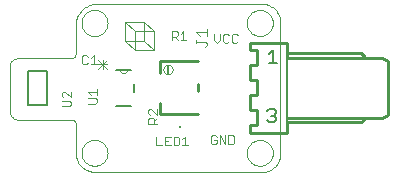
<source format=gto>
G75*
%MOIN*%
%OFA0B0*%
%FSLAX24Y24*%
%IPPOS*%
%LPD*%
%AMOC8*
5,1,8,0,0,1.08239X$1,22.5*
%
%ADD10C,0.0000*%
%ADD11C,0.0030*%
%ADD12C,0.0039*%
%ADD13C,0.0060*%
%ADD14C,0.0100*%
%ADD15C,0.0040*%
%ADD16R,0.0079X0.0315*%
%ADD17R,0.0098X0.0098*%
%ADD18C,0.0050*%
%ADD19C,0.0070*%
D10*
X004197Y001722D02*
X009867Y001722D01*
X009866Y001721D02*
X009911Y001727D01*
X009955Y001737D01*
X009998Y001751D01*
X010040Y001767D01*
X010080Y001787D01*
X010119Y001810D01*
X010156Y001836D01*
X010190Y001865D01*
X010223Y001896D01*
X010252Y001930D01*
X010280Y001966D01*
X010304Y002004D01*
X010325Y002044D01*
X010343Y002085D01*
X010357Y002128D01*
X010368Y002172D01*
X010376Y002216D01*
X010380Y002261D01*
X010381Y002306D01*
X010378Y002351D01*
X010378Y002352D02*
X010378Y006682D01*
X010379Y006683D02*
X010380Y006729D01*
X010378Y006776D01*
X010372Y006822D01*
X010362Y006867D01*
X010349Y006912D01*
X010332Y006955D01*
X010312Y006997D01*
X010289Y007037D01*
X010263Y007076D01*
X010234Y007112D01*
X010202Y007146D01*
X010167Y007177D01*
X010130Y007205D01*
X010091Y007230D01*
X010050Y007253D01*
X010008Y007272D01*
X009964Y007287D01*
X009919Y007299D01*
X009874Y007308D01*
X009827Y007313D01*
X009827Y007312D02*
X004276Y007312D01*
X003764Y006682D02*
X003766Y006723D01*
X003772Y006764D01*
X003782Y006804D01*
X003795Y006843D01*
X003812Y006880D01*
X003833Y006916D01*
X003857Y006950D01*
X003884Y006981D01*
X003913Y007009D01*
X003946Y007035D01*
X003980Y007057D01*
X004017Y007076D01*
X004055Y007091D01*
X004095Y007103D01*
X004135Y007111D01*
X004176Y007115D01*
X004218Y007115D01*
X004259Y007111D01*
X004299Y007103D01*
X004339Y007091D01*
X004377Y007076D01*
X004413Y007057D01*
X004448Y007035D01*
X004481Y007009D01*
X004510Y006981D01*
X004537Y006950D01*
X004561Y006916D01*
X004582Y006880D01*
X004599Y006843D01*
X004612Y006804D01*
X004622Y006764D01*
X004628Y006723D01*
X004630Y006682D01*
X004628Y006641D01*
X004622Y006600D01*
X004612Y006560D01*
X004599Y006521D01*
X004582Y006484D01*
X004561Y006448D01*
X004537Y006414D01*
X004510Y006383D01*
X004481Y006355D01*
X004448Y006329D01*
X004414Y006307D01*
X004377Y006288D01*
X004339Y006273D01*
X004299Y006261D01*
X004259Y006253D01*
X004218Y006249D01*
X004176Y006249D01*
X004135Y006253D01*
X004095Y006261D01*
X004055Y006273D01*
X004017Y006288D01*
X003981Y006307D01*
X003946Y006329D01*
X003913Y006355D01*
X003884Y006383D01*
X003857Y006414D01*
X003833Y006448D01*
X003812Y006484D01*
X003795Y006521D01*
X003782Y006560D01*
X003772Y006600D01*
X003766Y006641D01*
X003764Y006682D01*
X003567Y006643D02*
X003567Y005659D01*
X003565Y005637D01*
X003561Y005615D01*
X003553Y005594D01*
X003542Y005574D01*
X003529Y005556D01*
X003513Y005540D01*
X003495Y005527D01*
X003475Y005516D01*
X003454Y005508D01*
X003432Y005504D01*
X003410Y005502D01*
X003410Y005501D02*
X001638Y005501D01*
X001638Y005502D02*
X001607Y005500D01*
X001577Y005495D01*
X001547Y005487D01*
X001518Y005475D01*
X001491Y005460D01*
X001466Y005442D01*
X001443Y005421D01*
X001422Y005398D01*
X001404Y005373D01*
X001389Y005346D01*
X001377Y005317D01*
X001369Y005287D01*
X001364Y005257D01*
X001362Y005226D01*
X001363Y005226D02*
X001363Y003769D01*
X001365Y003736D01*
X001370Y003704D01*
X001378Y003672D01*
X001390Y003641D01*
X001405Y003612D01*
X001423Y003584D01*
X001444Y003558D01*
X001467Y003535D01*
X001493Y003514D01*
X001521Y003496D01*
X001550Y003481D01*
X001581Y003469D01*
X001613Y003461D01*
X001645Y003456D01*
X001678Y003454D01*
X003449Y003454D01*
X003469Y003452D01*
X003489Y003447D01*
X003508Y003438D01*
X003525Y003426D01*
X003539Y003412D01*
X003551Y003395D01*
X003560Y003376D01*
X003565Y003356D01*
X003567Y003336D01*
X003567Y002352D01*
X003569Y002303D01*
X003575Y002253D01*
X003584Y002205D01*
X003598Y002157D01*
X003615Y002111D01*
X003636Y002066D01*
X003660Y002023D01*
X003687Y001982D01*
X003718Y001943D01*
X003752Y001907D01*
X003788Y001873D01*
X003827Y001842D01*
X003868Y001815D01*
X003911Y001791D01*
X003956Y001770D01*
X004002Y001753D01*
X004050Y001739D01*
X004098Y001730D01*
X004148Y001724D01*
X004197Y001722D01*
X003764Y002352D02*
X003766Y002393D01*
X003772Y002434D01*
X003782Y002474D01*
X003795Y002513D01*
X003812Y002550D01*
X003833Y002586D01*
X003857Y002620D01*
X003884Y002651D01*
X003913Y002679D01*
X003946Y002705D01*
X003980Y002727D01*
X004017Y002746D01*
X004055Y002761D01*
X004095Y002773D01*
X004135Y002781D01*
X004176Y002785D01*
X004218Y002785D01*
X004259Y002781D01*
X004299Y002773D01*
X004339Y002761D01*
X004377Y002746D01*
X004413Y002727D01*
X004448Y002705D01*
X004481Y002679D01*
X004510Y002651D01*
X004537Y002620D01*
X004561Y002586D01*
X004582Y002550D01*
X004599Y002513D01*
X004612Y002474D01*
X004622Y002434D01*
X004628Y002393D01*
X004630Y002352D01*
X004628Y002311D01*
X004622Y002270D01*
X004612Y002230D01*
X004599Y002191D01*
X004582Y002154D01*
X004561Y002118D01*
X004537Y002084D01*
X004510Y002053D01*
X004481Y002025D01*
X004448Y001999D01*
X004414Y001977D01*
X004377Y001958D01*
X004339Y001943D01*
X004299Y001931D01*
X004259Y001923D01*
X004218Y001919D01*
X004176Y001919D01*
X004135Y001923D01*
X004095Y001931D01*
X004055Y001943D01*
X004017Y001958D01*
X003981Y001977D01*
X003946Y001999D01*
X003913Y002025D01*
X003884Y002053D01*
X003857Y002084D01*
X003833Y002118D01*
X003812Y002154D01*
X003795Y002191D01*
X003782Y002230D01*
X003772Y002270D01*
X003766Y002311D01*
X003764Y002352D01*
X005042Y005127D02*
X005044Y005106D01*
X005049Y005086D01*
X005058Y005067D01*
X005070Y005050D01*
X005085Y005035D01*
X005102Y005023D01*
X005121Y005014D01*
X005141Y005009D01*
X005162Y005007D01*
X005183Y005009D01*
X005203Y005014D01*
X005222Y005023D01*
X005239Y005035D01*
X005254Y005050D01*
X005266Y005067D01*
X005275Y005086D01*
X005280Y005106D01*
X005282Y005127D01*
X003567Y006643D02*
X003571Y006694D01*
X003578Y006745D01*
X003589Y006795D01*
X003604Y006845D01*
X003622Y006893D01*
X003644Y006940D01*
X003669Y006984D01*
X003698Y007027D01*
X003730Y007068D01*
X003765Y007106D01*
X003802Y007141D01*
X003842Y007174D01*
X003884Y007203D01*
X003929Y007229D01*
X003975Y007252D01*
X004023Y007271D01*
X004072Y007287D01*
X004122Y007299D01*
X004173Y007307D01*
X004224Y007311D01*
X004276Y007312D01*
X009276Y006682D02*
X009278Y006723D01*
X009284Y006764D01*
X009294Y006804D01*
X009307Y006843D01*
X009324Y006880D01*
X009345Y006916D01*
X009369Y006950D01*
X009396Y006981D01*
X009425Y007009D01*
X009458Y007035D01*
X009492Y007057D01*
X009529Y007076D01*
X009567Y007091D01*
X009607Y007103D01*
X009647Y007111D01*
X009688Y007115D01*
X009730Y007115D01*
X009771Y007111D01*
X009811Y007103D01*
X009851Y007091D01*
X009889Y007076D01*
X009925Y007057D01*
X009960Y007035D01*
X009993Y007009D01*
X010022Y006981D01*
X010049Y006950D01*
X010073Y006916D01*
X010094Y006880D01*
X010111Y006843D01*
X010124Y006804D01*
X010134Y006764D01*
X010140Y006723D01*
X010142Y006682D01*
X010140Y006641D01*
X010134Y006600D01*
X010124Y006560D01*
X010111Y006521D01*
X010094Y006484D01*
X010073Y006448D01*
X010049Y006414D01*
X010022Y006383D01*
X009993Y006355D01*
X009960Y006329D01*
X009926Y006307D01*
X009889Y006288D01*
X009851Y006273D01*
X009811Y006261D01*
X009771Y006253D01*
X009730Y006249D01*
X009688Y006249D01*
X009647Y006253D01*
X009607Y006261D01*
X009567Y006273D01*
X009529Y006288D01*
X009493Y006307D01*
X009458Y006329D01*
X009425Y006355D01*
X009396Y006383D01*
X009369Y006414D01*
X009345Y006448D01*
X009324Y006484D01*
X009307Y006521D01*
X009294Y006560D01*
X009284Y006600D01*
X009278Y006641D01*
X009276Y006682D01*
X009276Y002352D02*
X009278Y002393D01*
X009284Y002434D01*
X009294Y002474D01*
X009307Y002513D01*
X009324Y002550D01*
X009345Y002586D01*
X009369Y002620D01*
X009396Y002651D01*
X009425Y002679D01*
X009458Y002705D01*
X009492Y002727D01*
X009529Y002746D01*
X009567Y002761D01*
X009607Y002773D01*
X009647Y002781D01*
X009688Y002785D01*
X009730Y002785D01*
X009771Y002781D01*
X009811Y002773D01*
X009851Y002761D01*
X009889Y002746D01*
X009925Y002727D01*
X009960Y002705D01*
X009993Y002679D01*
X010022Y002651D01*
X010049Y002620D01*
X010073Y002586D01*
X010094Y002550D01*
X010111Y002513D01*
X010124Y002474D01*
X010134Y002434D01*
X010140Y002393D01*
X010142Y002352D01*
X010140Y002311D01*
X010134Y002270D01*
X010124Y002230D01*
X010111Y002191D01*
X010094Y002154D01*
X010073Y002118D01*
X010049Y002084D01*
X010022Y002053D01*
X009993Y002025D01*
X009960Y001999D01*
X009926Y001977D01*
X009889Y001958D01*
X009851Y001943D01*
X009811Y001931D01*
X009771Y001923D01*
X009730Y001919D01*
X009688Y001919D01*
X009647Y001923D01*
X009607Y001931D01*
X009567Y001943D01*
X009529Y001958D01*
X009493Y001977D01*
X009458Y001999D01*
X009425Y002025D01*
X009396Y002053D01*
X009369Y002084D01*
X009345Y002118D01*
X009324Y002154D01*
X009307Y002191D01*
X009294Y002230D01*
X009284Y002270D01*
X009278Y002311D01*
X009276Y002352D01*
D11*
X008853Y002691D02*
X008805Y002642D01*
X008660Y002642D01*
X008660Y002932D01*
X008805Y002932D01*
X008853Y002884D01*
X008853Y002691D01*
X008559Y002642D02*
X008559Y002932D01*
X008365Y002932D02*
X008559Y002642D01*
X008365Y002642D02*
X008365Y002932D01*
X008264Y002884D02*
X008216Y002932D01*
X008119Y002932D01*
X008071Y002884D01*
X008071Y002691D01*
X008119Y002642D01*
X008216Y002642D01*
X008264Y002691D01*
X008264Y002787D01*
X008167Y002787D01*
X007321Y002605D02*
X007128Y002605D01*
X007224Y002605D02*
X007224Y002895D01*
X007128Y002798D01*
X007027Y002847D02*
X006978Y002895D01*
X006833Y002895D01*
X006833Y002605D01*
X006978Y002605D01*
X007027Y002653D01*
X007027Y002847D01*
X006732Y002895D02*
X006538Y002895D01*
X006538Y002605D01*
X006732Y002605D01*
X006635Y002750D02*
X006538Y002750D01*
X006437Y002605D02*
X006244Y002605D01*
X006244Y002895D01*
X006276Y003328D02*
X005986Y003328D01*
X005986Y003474D01*
X006034Y003522D01*
X006131Y003522D01*
X006179Y003474D01*
X006179Y003328D01*
X006179Y003425D02*
X006276Y003522D01*
X006276Y003623D02*
X006082Y003817D01*
X006034Y003817D01*
X005986Y003768D01*
X005986Y003671D01*
X006034Y003623D01*
X006276Y003623D02*
X006276Y003817D01*
X004270Y004040D02*
X004270Y004137D01*
X004222Y004185D01*
X003980Y004185D01*
X004077Y004286D02*
X003980Y004383D01*
X004270Y004383D01*
X004270Y004286D02*
X004270Y004480D01*
X004270Y004040D02*
X004222Y003991D01*
X003980Y003991D01*
X003400Y003952D02*
X003400Y004048D01*
X003352Y004097D01*
X003110Y004097D01*
X003158Y004198D02*
X003110Y004246D01*
X003110Y004343D01*
X003158Y004391D01*
X003206Y004391D01*
X003400Y004198D01*
X003400Y004391D01*
X003400Y003952D02*
X003352Y003903D01*
X003110Y003903D01*
X004307Y005150D02*
X004620Y005464D01*
X004464Y005464D02*
X004464Y005150D01*
X004620Y005150D02*
X004307Y005464D01*
X004307Y005307D02*
X004620Y005307D01*
X004263Y005313D02*
X004069Y005313D01*
X004166Y005313D02*
X004166Y005604D01*
X004069Y005507D01*
X003968Y005555D02*
X003920Y005604D01*
X003823Y005604D01*
X003775Y005555D01*
X003775Y005362D01*
X003823Y005313D01*
X003920Y005313D01*
X003968Y005362D01*
X006769Y006127D02*
X006769Y006417D01*
X006914Y006417D01*
X006963Y006369D01*
X006963Y006272D01*
X006914Y006224D01*
X006769Y006224D01*
X006866Y006224D02*
X006963Y006127D01*
X007064Y006127D02*
X007257Y006127D01*
X007161Y006127D02*
X007161Y006417D01*
X007064Y006321D01*
X008189Y006318D02*
X008189Y006125D01*
X008285Y006028D01*
X008382Y006125D01*
X008382Y006318D01*
X008483Y006270D02*
X008483Y006076D01*
X008532Y006028D01*
X008628Y006028D01*
X008677Y006076D01*
X008778Y006076D02*
X008826Y006028D01*
X008923Y006028D01*
X008971Y006076D01*
X008778Y006076D02*
X008778Y006270D01*
X008826Y006318D01*
X008923Y006318D01*
X008971Y006270D01*
X008677Y006270D02*
X008628Y006318D01*
X008532Y006318D01*
X008483Y006270D01*
D12*
X006166Y006407D02*
X006166Y005777D01*
X005851Y006092D01*
X005221Y006092D01*
X005221Y006722D01*
X005851Y006722D01*
X005851Y006092D01*
X005536Y006407D02*
X005536Y005777D01*
X005221Y006092D01*
X005536Y005777D02*
X006166Y005777D01*
X006166Y006407D02*
X005536Y006407D01*
X005221Y006722D01*
X005851Y006722D02*
X006166Y006407D01*
D13*
X005402Y005127D02*
X005282Y005127D01*
X005042Y005127D01*
X004922Y005127D01*
X005512Y004647D02*
X005512Y004387D01*
X005402Y003907D02*
X004922Y003907D01*
D14*
X006390Y004025D02*
X006390Y003631D01*
X007650Y003631D01*
X007650Y004399D02*
X007650Y004635D01*
X006390Y005009D02*
X006390Y005403D01*
X007650Y005403D01*
X009372Y005267D02*
X009372Y004767D01*
X009622Y004767D01*
X009622Y004267D01*
X009372Y004267D01*
X009372Y003767D01*
X009622Y003767D01*
X009622Y003267D01*
X009372Y003267D01*
X009372Y003017D01*
X010622Y003017D01*
X010622Y003367D01*
X013072Y003367D01*
X013212Y003497D01*
X013772Y003517D02*
X013972Y003617D01*
X013972Y004037D01*
X013972Y003997D02*
X013972Y005417D01*
X013772Y005517D01*
X010622Y005517D01*
X010622Y006017D01*
X009372Y006017D01*
X009372Y005767D01*
X009622Y005767D01*
X009622Y005267D01*
X009372Y005267D01*
X010622Y005667D02*
X013072Y005667D01*
X013212Y005537D01*
X013772Y003517D02*
X010622Y003517D01*
D15*
X006489Y005127D02*
X006491Y005152D01*
X006497Y005176D01*
X006506Y005198D01*
X006519Y005219D01*
X006535Y005238D01*
X006554Y005254D01*
X006575Y005267D01*
X006597Y005276D01*
X006621Y005282D01*
X006646Y005284D01*
X006671Y005282D01*
X006695Y005276D01*
X006717Y005267D01*
X006738Y005254D01*
X006757Y005238D01*
X006773Y005219D01*
X006786Y005198D01*
X006795Y005176D01*
X006801Y005152D01*
X006803Y005127D01*
X006801Y005102D01*
X006795Y005078D01*
X006786Y005056D01*
X006773Y005035D01*
X006757Y005016D01*
X006738Y005000D01*
X006717Y004987D01*
X006695Y004978D01*
X006671Y004972D01*
X006646Y004970D01*
X006621Y004972D01*
X006597Y004978D01*
X006575Y004987D01*
X006554Y005000D01*
X006535Y005016D01*
X006519Y005035D01*
X006506Y005056D01*
X006497Y005078D01*
X006491Y005102D01*
X006489Y005127D01*
X007892Y005879D02*
X007952Y005939D01*
X007952Y005999D01*
X007892Y006060D01*
X007592Y006060D01*
X007592Y006120D02*
X007592Y005999D01*
X007712Y006248D02*
X007592Y006368D01*
X007952Y006368D01*
X007952Y006248D02*
X007952Y006488D01*
D16*
X006646Y005127D03*
D17*
X007054Y003206D03*
D18*
X010622Y003367D02*
X010622Y005517D01*
X002622Y005088D02*
X002622Y003946D01*
X001993Y003946D01*
X001993Y005088D01*
X002622Y005088D01*
D19*
X009997Y005361D02*
X010284Y005361D01*
X010140Y005361D02*
X010140Y005792D01*
X009997Y005648D01*
X010019Y003812D02*
X010162Y003812D01*
X010234Y003740D01*
X010234Y003668D01*
X010162Y003596D01*
X010234Y003525D01*
X010234Y003453D01*
X010162Y003381D01*
X010019Y003381D01*
X009947Y003453D01*
X010090Y003596D02*
X010162Y003596D01*
X009947Y003740D02*
X010019Y003812D01*
M02*

</source>
